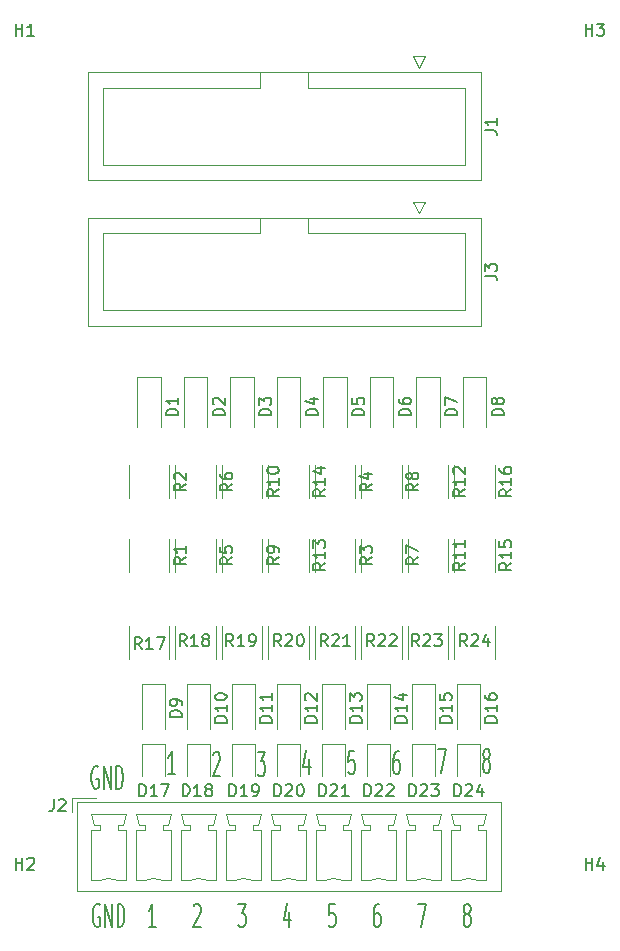
<source format=gbr>
%TF.GenerationSoftware,KiCad,Pcbnew,(5.1.6)-1*%
%TF.CreationDate,2021-03-16T16:30:30+01:00*%
%TF.ProjectId,24v-logic,3234762d-6c6f-4676-9963-2e6b69636164,rev?*%
%TF.SameCoordinates,Original*%
%TF.FileFunction,Legend,Top*%
%TF.FilePolarity,Positive*%
%FSLAX46Y46*%
G04 Gerber Fmt 4.6, Leading zero omitted, Abs format (unit mm)*
G04 Created by KiCad (PCBNEW (5.1.6)-1) date 2021-03-16 16:30:30*
%MOMM*%
%LPD*%
G01*
G04 APERTURE LIST*
%ADD10C,0.150000*%
%ADD11C,0.120000*%
G04 APERTURE END LIST*
D10*
X125507761Y-121554904D02*
X125412523Y-121459666D01*
X125364904Y-121364428D01*
X125317285Y-121173952D01*
X125317285Y-121078714D01*
X125364904Y-120888238D01*
X125412523Y-120793000D01*
X125507761Y-120697761D01*
X125698238Y-120697761D01*
X125793476Y-120793000D01*
X125841095Y-120888238D01*
X125888714Y-121078714D01*
X125888714Y-121173952D01*
X125841095Y-121364428D01*
X125793476Y-121459666D01*
X125698238Y-121554904D01*
X125507761Y-121554904D01*
X125412523Y-121650142D01*
X125364904Y-121745380D01*
X125317285Y-121935857D01*
X125317285Y-122316809D01*
X125364904Y-122507285D01*
X125412523Y-122602523D01*
X125507761Y-122697761D01*
X125698238Y-122697761D01*
X125793476Y-122602523D01*
X125841095Y-122507285D01*
X125888714Y-122316809D01*
X125888714Y-121935857D01*
X125841095Y-121745380D01*
X125793476Y-121650142D01*
X125698238Y-121554904D01*
X121459666Y-120697761D02*
X122126333Y-120697761D01*
X121697761Y-122697761D01*
X118173476Y-120824761D02*
X117983000Y-120824761D01*
X117887761Y-120920000D01*
X117840142Y-121015238D01*
X117744904Y-121300952D01*
X117697285Y-121681904D01*
X117697285Y-122443809D01*
X117744904Y-122634285D01*
X117792523Y-122729523D01*
X117887761Y-122824761D01*
X118078238Y-122824761D01*
X118173476Y-122729523D01*
X118221095Y-122634285D01*
X118268714Y-122443809D01*
X118268714Y-121967619D01*
X118221095Y-121777142D01*
X118173476Y-121681904D01*
X118078238Y-121586666D01*
X117887761Y-121586666D01*
X117792523Y-121681904D01*
X117744904Y-121777142D01*
X117697285Y-121967619D01*
X114411095Y-120824761D02*
X113934904Y-120824761D01*
X113887285Y-121777142D01*
X113934904Y-121681904D01*
X114030142Y-121586666D01*
X114268238Y-121586666D01*
X114363476Y-121681904D01*
X114411095Y-121777142D01*
X114458714Y-121967619D01*
X114458714Y-122443809D01*
X114411095Y-122634285D01*
X114363476Y-122729523D01*
X114268238Y-122824761D01*
X114030142Y-122824761D01*
X113934904Y-122729523D01*
X113887285Y-122634285D01*
X110553476Y-121491428D02*
X110553476Y-122824761D01*
X110315380Y-120729523D02*
X110077285Y-122158095D01*
X110696333Y-122158095D01*
X106219666Y-120951761D02*
X106838714Y-120951761D01*
X106505380Y-121713666D01*
X106648238Y-121713666D01*
X106743476Y-121808904D01*
X106791095Y-121904142D01*
X106838714Y-122094619D01*
X106838714Y-122570809D01*
X106791095Y-122761285D01*
X106743476Y-122856523D01*
X106648238Y-122951761D01*
X106362523Y-122951761D01*
X106267285Y-122856523D01*
X106219666Y-122761285D01*
X102457285Y-121142238D02*
X102504904Y-121047000D01*
X102600142Y-120951761D01*
X102838238Y-120951761D01*
X102933476Y-121047000D01*
X102981095Y-121142238D01*
X103028714Y-121332714D01*
X103028714Y-121523190D01*
X102981095Y-121808904D01*
X102409666Y-122951761D01*
X103028714Y-122951761D01*
X99218714Y-122824761D02*
X98647285Y-122824761D01*
X98933000Y-122824761D02*
X98933000Y-120824761D01*
X98837761Y-121110476D01*
X98742523Y-121300952D01*
X98647285Y-121396190D01*
X123856761Y-134635904D02*
X123761523Y-134540666D01*
X123713904Y-134445428D01*
X123666285Y-134254952D01*
X123666285Y-134159714D01*
X123713904Y-133969238D01*
X123761523Y-133874000D01*
X123856761Y-133778761D01*
X124047238Y-133778761D01*
X124142476Y-133874000D01*
X124190095Y-133969238D01*
X124237714Y-134159714D01*
X124237714Y-134254952D01*
X124190095Y-134445428D01*
X124142476Y-134540666D01*
X124047238Y-134635904D01*
X123856761Y-134635904D01*
X123761523Y-134731142D01*
X123713904Y-134826380D01*
X123666285Y-135016857D01*
X123666285Y-135397809D01*
X123713904Y-135588285D01*
X123761523Y-135683523D01*
X123856761Y-135778761D01*
X124047238Y-135778761D01*
X124142476Y-135683523D01*
X124190095Y-135588285D01*
X124237714Y-135397809D01*
X124237714Y-135016857D01*
X124190095Y-134826380D01*
X124142476Y-134731142D01*
X124047238Y-134635904D01*
X119808666Y-133778761D02*
X120475333Y-133778761D01*
X120046761Y-135778761D01*
X116522476Y-133778761D02*
X116332000Y-133778761D01*
X116236761Y-133874000D01*
X116189142Y-133969238D01*
X116093904Y-134254952D01*
X116046285Y-134635904D01*
X116046285Y-135397809D01*
X116093904Y-135588285D01*
X116141523Y-135683523D01*
X116236761Y-135778761D01*
X116427238Y-135778761D01*
X116522476Y-135683523D01*
X116570095Y-135588285D01*
X116617714Y-135397809D01*
X116617714Y-134921619D01*
X116570095Y-134731142D01*
X116522476Y-134635904D01*
X116427238Y-134540666D01*
X116236761Y-134540666D01*
X116141523Y-134635904D01*
X116093904Y-134731142D01*
X116046285Y-134921619D01*
X112760095Y-133778761D02*
X112283904Y-133778761D01*
X112236285Y-134731142D01*
X112283904Y-134635904D01*
X112379142Y-134540666D01*
X112617238Y-134540666D01*
X112712476Y-134635904D01*
X112760095Y-134731142D01*
X112807714Y-134921619D01*
X112807714Y-135397809D01*
X112760095Y-135588285D01*
X112712476Y-135683523D01*
X112617238Y-135778761D01*
X112379142Y-135778761D01*
X112283904Y-135683523D01*
X112236285Y-135588285D01*
X108902476Y-134445428D02*
X108902476Y-135778761D01*
X108664380Y-133683523D02*
X108426285Y-135112095D01*
X109045333Y-135112095D01*
X104568666Y-133778761D02*
X105187714Y-133778761D01*
X104854380Y-134540666D01*
X104997238Y-134540666D01*
X105092476Y-134635904D01*
X105140095Y-134731142D01*
X105187714Y-134921619D01*
X105187714Y-135397809D01*
X105140095Y-135588285D01*
X105092476Y-135683523D01*
X104997238Y-135778761D01*
X104711523Y-135778761D01*
X104616285Y-135683523D01*
X104568666Y-135588285D01*
X100806285Y-133969238D02*
X100853904Y-133874000D01*
X100949142Y-133778761D01*
X101187238Y-133778761D01*
X101282476Y-133874000D01*
X101330095Y-133969238D01*
X101377714Y-134159714D01*
X101377714Y-134350190D01*
X101330095Y-134635904D01*
X100758666Y-135778761D01*
X101377714Y-135778761D01*
X97567714Y-135778761D02*
X96996285Y-135778761D01*
X97282000Y-135778761D02*
X97282000Y-133778761D01*
X97186761Y-134064476D01*
X97091523Y-134254952D01*
X96996285Y-134350190D01*
X92710095Y-122190000D02*
X92614857Y-122094761D01*
X92472000Y-122094761D01*
X92329142Y-122190000D01*
X92233904Y-122380476D01*
X92186285Y-122570952D01*
X92138666Y-122951904D01*
X92138666Y-123237619D01*
X92186285Y-123618571D01*
X92233904Y-123809047D01*
X92329142Y-123999523D01*
X92472000Y-124094761D01*
X92567238Y-124094761D01*
X92710095Y-123999523D01*
X92757714Y-123904285D01*
X92757714Y-123237619D01*
X92567238Y-123237619D01*
X93186285Y-124094761D02*
X93186285Y-122094761D01*
X93757714Y-124094761D01*
X93757714Y-122094761D01*
X94233904Y-124094761D02*
X94233904Y-122094761D01*
X94472000Y-122094761D01*
X94614857Y-122190000D01*
X94710095Y-122380476D01*
X94757714Y-122570952D01*
X94805333Y-122951904D01*
X94805333Y-123237619D01*
X94757714Y-123618571D01*
X94710095Y-123809047D01*
X94614857Y-123999523D01*
X94472000Y-124094761D01*
X94233904Y-124094761D01*
X92837095Y-133874000D02*
X92741857Y-133778761D01*
X92599000Y-133778761D01*
X92456142Y-133874000D01*
X92360904Y-134064476D01*
X92313285Y-134254952D01*
X92265666Y-134635904D01*
X92265666Y-134921619D01*
X92313285Y-135302571D01*
X92360904Y-135493047D01*
X92456142Y-135683523D01*
X92599000Y-135778761D01*
X92694238Y-135778761D01*
X92837095Y-135683523D01*
X92884714Y-135588285D01*
X92884714Y-134921619D01*
X92694238Y-134921619D01*
X93313285Y-135778761D02*
X93313285Y-133778761D01*
X93884714Y-135778761D01*
X93884714Y-133778761D01*
X94360904Y-135778761D02*
X94360904Y-133778761D01*
X94599000Y-133778761D01*
X94741857Y-133874000D01*
X94837095Y-134064476D01*
X94884714Y-134254952D01*
X94932333Y-134635904D01*
X94932333Y-134921619D01*
X94884714Y-135302571D01*
X94837095Y-135493047D01*
X94741857Y-135683523D01*
X94599000Y-135778761D01*
X94360904Y-135778761D01*
D11*
%TO.C,R24*%
X126297000Y-110246748D02*
X126297000Y-113019252D01*
X122877000Y-110246748D02*
X122877000Y-113019252D01*
%TO.C,R23*%
X122360000Y-110246748D02*
X122360000Y-113019252D01*
X118940000Y-110246748D02*
X118940000Y-113019252D01*
%TO.C,R22*%
X118423000Y-110246748D02*
X118423000Y-113019252D01*
X115003000Y-110246748D02*
X115003000Y-113019252D01*
%TO.C,R21*%
X114486000Y-110246748D02*
X114486000Y-113019252D01*
X111066000Y-110246748D02*
X111066000Y-113019252D01*
%TO.C,R20*%
X110549000Y-110246748D02*
X110549000Y-113019252D01*
X107129000Y-110246748D02*
X107129000Y-113019252D01*
%TO.C,R19*%
X106612000Y-110246748D02*
X106612000Y-113019252D01*
X103192000Y-110246748D02*
X103192000Y-113019252D01*
%TO.C,R18*%
X102675000Y-110246748D02*
X102675000Y-113019252D01*
X99255000Y-110246748D02*
X99255000Y-113019252D01*
%TO.C,R17*%
X98738000Y-110246748D02*
X98738000Y-113019252D01*
X95318000Y-110246748D02*
X95318000Y-113019252D01*
%TO.C,R16*%
X126297000Y-96657748D02*
X126297000Y-99430252D01*
X122877000Y-96657748D02*
X122877000Y-99430252D01*
%TO.C,R15*%
X126297000Y-102880748D02*
X126297000Y-105653252D01*
X122877000Y-102880748D02*
X122877000Y-105653252D01*
%TO.C,R14*%
X110549000Y-96657748D02*
X110549000Y-99430252D01*
X107129000Y-96657748D02*
X107129000Y-99430252D01*
%TO.C,R13*%
X110549000Y-102880748D02*
X110549000Y-105653252D01*
X107129000Y-102880748D02*
X107129000Y-105653252D01*
%TO.C,R12*%
X122360000Y-96657748D02*
X122360000Y-99430252D01*
X118940000Y-96657748D02*
X118940000Y-99430252D01*
%TO.C,R11*%
X122360000Y-102880748D02*
X122360000Y-105653252D01*
X118940000Y-102880748D02*
X118940000Y-105653252D01*
%TO.C,R10*%
X106612000Y-96657748D02*
X106612000Y-99430252D01*
X103192000Y-96657748D02*
X103192000Y-99430252D01*
%TO.C,R9*%
X106612000Y-102880748D02*
X106612000Y-105653252D01*
X103192000Y-102880748D02*
X103192000Y-105653252D01*
%TO.C,R8*%
X118423000Y-96657748D02*
X118423000Y-99430252D01*
X115003000Y-96657748D02*
X115003000Y-99430252D01*
%TO.C,R7*%
X118423000Y-102880748D02*
X118423000Y-105653252D01*
X115003000Y-102880748D02*
X115003000Y-105653252D01*
%TO.C,R6*%
X102675000Y-96657748D02*
X102675000Y-99430252D01*
X99255000Y-96657748D02*
X99255000Y-99430252D01*
%TO.C,R5*%
X102675000Y-102880748D02*
X102675000Y-105653252D01*
X99255000Y-102880748D02*
X99255000Y-105653252D01*
%TO.C,R4*%
X114486000Y-96657748D02*
X114486000Y-99430252D01*
X111066000Y-96657748D02*
X111066000Y-99430252D01*
%TO.C,R3*%
X114486000Y-102880748D02*
X114486000Y-105653252D01*
X111066000Y-102880748D02*
X111066000Y-105653252D01*
%TO.C,R2*%
X98738000Y-96657748D02*
X98738000Y-99430252D01*
X95318000Y-96657748D02*
X95318000Y-99430252D01*
%TO.C,R1*%
X98738000Y-102880748D02*
X98738000Y-105653252D01*
X95318000Y-102880748D02*
X95318000Y-105653252D01*
%TO.C,J3*%
X125098000Y-75704000D02*
X125098000Y-84824000D01*
X125098000Y-84824000D02*
X91818000Y-84824000D01*
X91818000Y-84824000D02*
X91818000Y-75704000D01*
X91818000Y-75704000D02*
X125098000Y-75704000D01*
X110508000Y-75704000D02*
X110508000Y-77014000D01*
X110508000Y-77014000D02*
X123798000Y-77014000D01*
X123798000Y-77014000D02*
X123798000Y-83514000D01*
X123798000Y-83514000D02*
X93118000Y-83514000D01*
X93118000Y-83514000D02*
X93118000Y-77014000D01*
X93118000Y-77014000D02*
X106408000Y-77014000D01*
X106408000Y-77014000D02*
X106408000Y-77014000D01*
X106408000Y-77014000D02*
X106408000Y-75704000D01*
X119888000Y-75314000D02*
X120388000Y-74314000D01*
X120388000Y-74314000D02*
X119388000Y-74314000D01*
X119388000Y-74314000D02*
X119888000Y-75314000D01*
%TO.C,J2*%
X124828647Y-131789845D02*
G75*
G03*
X123329000Y-131790000I-749647J-1700155D01*
G01*
X121018647Y-131789845D02*
G75*
G03*
X119519000Y-131790000I-749647J-1700155D01*
G01*
X117208647Y-131789845D02*
G75*
G03*
X115709000Y-131790000I-749647J-1700155D01*
G01*
X113398647Y-131789845D02*
G75*
G03*
X111899000Y-131790000I-749647J-1700155D01*
G01*
X109588647Y-131789845D02*
G75*
G03*
X108089000Y-131790000I-749647J-1700155D01*
G01*
X105778647Y-131789845D02*
G75*
G03*
X104279000Y-131790000I-749647J-1700155D01*
G01*
X101968647Y-131789845D02*
G75*
G03*
X100469000Y-131790000I-749647J-1700155D01*
G01*
X98158647Y-131789845D02*
G75*
G03*
X96659000Y-131790000I-749647J-1700155D01*
G01*
X94348647Y-131789845D02*
G75*
G03*
X92849000Y-131790000I-749647J-1700155D01*
G01*
X90889000Y-125180000D02*
X90889000Y-132650000D01*
X90889000Y-132650000D02*
X126789000Y-132650000D01*
X126789000Y-132650000D02*
X126789000Y-125180000D01*
X126789000Y-125180000D02*
X90889000Y-125180000D01*
X92849000Y-131790000D02*
X92099000Y-131790000D01*
X92099000Y-131790000D02*
X92099000Y-127490000D01*
X92099000Y-127490000D02*
X92849000Y-127490000D01*
X92849000Y-127490000D02*
X92849000Y-127140000D01*
X92849000Y-127140000D02*
X92349000Y-127140000D01*
X92349000Y-127140000D02*
X92099000Y-126140000D01*
X92099000Y-126140000D02*
X95099000Y-126140000D01*
X95099000Y-126140000D02*
X94849000Y-127140000D01*
X94849000Y-127140000D02*
X94349000Y-127140000D01*
X94349000Y-127140000D02*
X94349000Y-127490000D01*
X94349000Y-127490000D02*
X95099000Y-127490000D01*
X95099000Y-127490000D02*
X95099000Y-131790000D01*
X95099000Y-131790000D02*
X94349000Y-131790000D01*
X96659000Y-131790000D02*
X95909000Y-131790000D01*
X95909000Y-131790000D02*
X95909000Y-127490000D01*
X95909000Y-127490000D02*
X96659000Y-127490000D01*
X96659000Y-127490000D02*
X96659000Y-127140000D01*
X96659000Y-127140000D02*
X96159000Y-127140000D01*
X96159000Y-127140000D02*
X95909000Y-126140000D01*
X95909000Y-126140000D02*
X98909000Y-126140000D01*
X98909000Y-126140000D02*
X98659000Y-127140000D01*
X98659000Y-127140000D02*
X98159000Y-127140000D01*
X98159000Y-127140000D02*
X98159000Y-127490000D01*
X98159000Y-127490000D02*
X98909000Y-127490000D01*
X98909000Y-127490000D02*
X98909000Y-131790000D01*
X98909000Y-131790000D02*
X98159000Y-131790000D01*
X100469000Y-131790000D02*
X99719000Y-131790000D01*
X99719000Y-131790000D02*
X99719000Y-127490000D01*
X99719000Y-127490000D02*
X100469000Y-127490000D01*
X100469000Y-127490000D02*
X100469000Y-127140000D01*
X100469000Y-127140000D02*
X99969000Y-127140000D01*
X99969000Y-127140000D02*
X99719000Y-126140000D01*
X99719000Y-126140000D02*
X102719000Y-126140000D01*
X102719000Y-126140000D02*
X102469000Y-127140000D01*
X102469000Y-127140000D02*
X101969000Y-127140000D01*
X101969000Y-127140000D02*
X101969000Y-127490000D01*
X101969000Y-127490000D02*
X102719000Y-127490000D01*
X102719000Y-127490000D02*
X102719000Y-131790000D01*
X102719000Y-131790000D02*
X101969000Y-131790000D01*
X104279000Y-131790000D02*
X103529000Y-131790000D01*
X103529000Y-131790000D02*
X103529000Y-127490000D01*
X103529000Y-127490000D02*
X104279000Y-127490000D01*
X104279000Y-127490000D02*
X104279000Y-127140000D01*
X104279000Y-127140000D02*
X103779000Y-127140000D01*
X103779000Y-127140000D02*
X103529000Y-126140000D01*
X103529000Y-126140000D02*
X106529000Y-126140000D01*
X106529000Y-126140000D02*
X106279000Y-127140000D01*
X106279000Y-127140000D02*
X105779000Y-127140000D01*
X105779000Y-127140000D02*
X105779000Y-127490000D01*
X105779000Y-127490000D02*
X106529000Y-127490000D01*
X106529000Y-127490000D02*
X106529000Y-131790000D01*
X106529000Y-131790000D02*
X105779000Y-131790000D01*
X108089000Y-131790000D02*
X107339000Y-131790000D01*
X107339000Y-131790000D02*
X107339000Y-127490000D01*
X107339000Y-127490000D02*
X108089000Y-127490000D01*
X108089000Y-127490000D02*
X108089000Y-127140000D01*
X108089000Y-127140000D02*
X107589000Y-127140000D01*
X107589000Y-127140000D02*
X107339000Y-126140000D01*
X107339000Y-126140000D02*
X110339000Y-126140000D01*
X110339000Y-126140000D02*
X110089000Y-127140000D01*
X110089000Y-127140000D02*
X109589000Y-127140000D01*
X109589000Y-127140000D02*
X109589000Y-127490000D01*
X109589000Y-127490000D02*
X110339000Y-127490000D01*
X110339000Y-127490000D02*
X110339000Y-131790000D01*
X110339000Y-131790000D02*
X109589000Y-131790000D01*
X111899000Y-131790000D02*
X111149000Y-131790000D01*
X111149000Y-131790000D02*
X111149000Y-127490000D01*
X111149000Y-127490000D02*
X111899000Y-127490000D01*
X111899000Y-127490000D02*
X111899000Y-127140000D01*
X111899000Y-127140000D02*
X111399000Y-127140000D01*
X111399000Y-127140000D02*
X111149000Y-126140000D01*
X111149000Y-126140000D02*
X114149000Y-126140000D01*
X114149000Y-126140000D02*
X113899000Y-127140000D01*
X113899000Y-127140000D02*
X113399000Y-127140000D01*
X113399000Y-127140000D02*
X113399000Y-127490000D01*
X113399000Y-127490000D02*
X114149000Y-127490000D01*
X114149000Y-127490000D02*
X114149000Y-131790000D01*
X114149000Y-131790000D02*
X113399000Y-131790000D01*
X115709000Y-131790000D02*
X114959000Y-131790000D01*
X114959000Y-131790000D02*
X114959000Y-127490000D01*
X114959000Y-127490000D02*
X115709000Y-127490000D01*
X115709000Y-127490000D02*
X115709000Y-127140000D01*
X115709000Y-127140000D02*
X115209000Y-127140000D01*
X115209000Y-127140000D02*
X114959000Y-126140000D01*
X114959000Y-126140000D02*
X117959000Y-126140000D01*
X117959000Y-126140000D02*
X117709000Y-127140000D01*
X117709000Y-127140000D02*
X117209000Y-127140000D01*
X117209000Y-127140000D02*
X117209000Y-127490000D01*
X117209000Y-127490000D02*
X117959000Y-127490000D01*
X117959000Y-127490000D02*
X117959000Y-131790000D01*
X117959000Y-131790000D02*
X117209000Y-131790000D01*
X119519000Y-131790000D02*
X118769000Y-131790000D01*
X118769000Y-131790000D02*
X118769000Y-127490000D01*
X118769000Y-127490000D02*
X119519000Y-127490000D01*
X119519000Y-127490000D02*
X119519000Y-127140000D01*
X119519000Y-127140000D02*
X119019000Y-127140000D01*
X119019000Y-127140000D02*
X118769000Y-126140000D01*
X118769000Y-126140000D02*
X121769000Y-126140000D01*
X121769000Y-126140000D02*
X121519000Y-127140000D01*
X121519000Y-127140000D02*
X121019000Y-127140000D01*
X121019000Y-127140000D02*
X121019000Y-127490000D01*
X121019000Y-127490000D02*
X121769000Y-127490000D01*
X121769000Y-127490000D02*
X121769000Y-131790000D01*
X121769000Y-131790000D02*
X121019000Y-131790000D01*
X123329000Y-131790000D02*
X122579000Y-131790000D01*
X122579000Y-131790000D02*
X122579000Y-127490000D01*
X122579000Y-127490000D02*
X123329000Y-127490000D01*
X123329000Y-127490000D02*
X123329000Y-127140000D01*
X123329000Y-127140000D02*
X122829000Y-127140000D01*
X122829000Y-127140000D02*
X122579000Y-126140000D01*
X122579000Y-126140000D02*
X125579000Y-126140000D01*
X125579000Y-126140000D02*
X125329000Y-127140000D01*
X125329000Y-127140000D02*
X124829000Y-127140000D01*
X124829000Y-127140000D02*
X124829000Y-127490000D01*
X124829000Y-127490000D02*
X125579000Y-127490000D01*
X125579000Y-127490000D02*
X125579000Y-131790000D01*
X125579000Y-131790000D02*
X124829000Y-131790000D01*
X90499000Y-126040000D02*
X90499000Y-124790000D01*
X90499000Y-124790000D02*
X92499000Y-124790000D01*
%TO.C,D24*%
X125039000Y-122920000D02*
X125039000Y-120235000D01*
X125039000Y-120235000D02*
X123119000Y-120235000D01*
X123119000Y-120235000D02*
X123119000Y-122920000D01*
%TO.C,D23*%
X121229000Y-122920000D02*
X121229000Y-120235000D01*
X121229000Y-120235000D02*
X119309000Y-120235000D01*
X119309000Y-120235000D02*
X119309000Y-122920000D01*
%TO.C,D22*%
X117419000Y-122920000D02*
X117419000Y-120235000D01*
X117419000Y-120235000D02*
X115499000Y-120235000D01*
X115499000Y-120235000D02*
X115499000Y-122920000D01*
%TO.C,D21*%
X113609000Y-122920000D02*
X113609000Y-120235000D01*
X113609000Y-120235000D02*
X111689000Y-120235000D01*
X111689000Y-120235000D02*
X111689000Y-122920000D01*
%TO.C,D20*%
X109799000Y-122920000D02*
X109799000Y-120235000D01*
X109799000Y-120235000D02*
X107879000Y-120235000D01*
X107879000Y-120235000D02*
X107879000Y-122920000D01*
%TO.C,D19*%
X105989000Y-122920000D02*
X105989000Y-120235000D01*
X105989000Y-120235000D02*
X104069000Y-120235000D01*
X104069000Y-120235000D02*
X104069000Y-122920000D01*
%TO.C,D18*%
X102179000Y-122920000D02*
X102179000Y-120235000D01*
X102179000Y-120235000D02*
X100259000Y-120235000D01*
X100259000Y-120235000D02*
X100259000Y-122920000D01*
%TO.C,D17*%
X98369000Y-122920000D02*
X98369000Y-120235000D01*
X98369000Y-120235000D02*
X96449000Y-120235000D01*
X96449000Y-120235000D02*
X96449000Y-122920000D01*
%TO.C,D16*%
X125079000Y-115148000D02*
X123079000Y-115148000D01*
X123079000Y-115148000D02*
X123079000Y-118998000D01*
X125079000Y-115148000D02*
X125079000Y-118998000D01*
%TO.C,D15*%
X121269000Y-115148000D02*
X119269000Y-115148000D01*
X119269000Y-115148000D02*
X119269000Y-118998000D01*
X121269000Y-115148000D02*
X121269000Y-118998000D01*
%TO.C,D14*%
X117459000Y-115148000D02*
X115459000Y-115148000D01*
X115459000Y-115148000D02*
X115459000Y-118998000D01*
X117459000Y-115148000D02*
X117459000Y-118998000D01*
%TO.C,D13*%
X113649000Y-115148000D02*
X111649000Y-115148000D01*
X111649000Y-115148000D02*
X111649000Y-118998000D01*
X113649000Y-115148000D02*
X113649000Y-118998000D01*
%TO.C,D12*%
X109839000Y-115148000D02*
X107839000Y-115148000D01*
X107839000Y-115148000D02*
X107839000Y-118998000D01*
X109839000Y-115148000D02*
X109839000Y-118998000D01*
%TO.C,D11*%
X106029000Y-115148000D02*
X104029000Y-115148000D01*
X104029000Y-115148000D02*
X104029000Y-118998000D01*
X106029000Y-115148000D02*
X106029000Y-118998000D01*
%TO.C,D10*%
X102219000Y-115148000D02*
X100219000Y-115148000D01*
X100219000Y-115148000D02*
X100219000Y-118998000D01*
X102219000Y-115148000D02*
X102219000Y-118998000D01*
%TO.C,D9*%
X98409000Y-115148000D02*
X96409000Y-115148000D01*
X96409000Y-115148000D02*
X96409000Y-118998000D01*
X98409000Y-115148000D02*
X98409000Y-118998000D01*
%TO.C,D8*%
X125587000Y-93444000D02*
X125587000Y-89144000D01*
X125587000Y-89144000D02*
X123587000Y-89144000D01*
X123587000Y-89144000D02*
X123587000Y-93444000D01*
%TO.C,D7*%
X121650000Y-93444000D02*
X121650000Y-89144000D01*
X121650000Y-89144000D02*
X119650000Y-89144000D01*
X119650000Y-89144000D02*
X119650000Y-93444000D01*
%TO.C,D6*%
X117713000Y-93444000D02*
X117713000Y-89144000D01*
X117713000Y-89144000D02*
X115713000Y-89144000D01*
X115713000Y-89144000D02*
X115713000Y-93444000D01*
%TO.C,D5*%
X113776000Y-93444000D02*
X113776000Y-89144000D01*
X113776000Y-89144000D02*
X111776000Y-89144000D01*
X111776000Y-89144000D02*
X111776000Y-93444000D01*
%TO.C,D4*%
X109839000Y-93444000D02*
X109839000Y-89144000D01*
X109839000Y-89144000D02*
X107839000Y-89144000D01*
X107839000Y-89144000D02*
X107839000Y-93444000D01*
%TO.C,D3*%
X105902000Y-93444000D02*
X105902000Y-89144000D01*
X105902000Y-89144000D02*
X103902000Y-89144000D01*
X103902000Y-89144000D02*
X103902000Y-93444000D01*
%TO.C,D2*%
X101965000Y-93444000D02*
X101965000Y-89144000D01*
X101965000Y-89144000D02*
X99965000Y-89144000D01*
X99965000Y-89144000D02*
X99965000Y-93444000D01*
%TO.C,D1*%
X98028000Y-93444000D02*
X98028000Y-89144000D01*
X98028000Y-89144000D02*
X96028000Y-89144000D01*
X96028000Y-89144000D02*
X96028000Y-93444000D01*
%TO.C,J1*%
X125098000Y-63385000D02*
X125098000Y-72505000D01*
X125098000Y-72505000D02*
X91818000Y-72505000D01*
X91818000Y-72505000D02*
X91818000Y-63385000D01*
X91818000Y-63385000D02*
X125098000Y-63385000D01*
X110508000Y-63385000D02*
X110508000Y-64695000D01*
X110508000Y-64695000D02*
X123798000Y-64695000D01*
X123798000Y-64695000D02*
X123798000Y-71195000D01*
X123798000Y-71195000D02*
X93118000Y-71195000D01*
X93118000Y-71195000D02*
X93118000Y-64695000D01*
X93118000Y-64695000D02*
X106408000Y-64695000D01*
X106408000Y-64695000D02*
X106408000Y-64695000D01*
X106408000Y-64695000D02*
X106408000Y-63385000D01*
X119888000Y-62995000D02*
X120388000Y-61995000D01*
X120388000Y-61995000D02*
X119388000Y-61995000D01*
X119388000Y-61995000D02*
X119888000Y-62995000D01*
%TO.C,H4*%
D10*
X133985095Y-130872380D02*
X133985095Y-129872380D01*
X133985095Y-130348571D02*
X134556523Y-130348571D01*
X134556523Y-130872380D02*
X134556523Y-129872380D01*
X135461285Y-130205714D02*
X135461285Y-130872380D01*
X135223190Y-129824761D02*
X134985095Y-130539047D01*
X135604142Y-130539047D01*
%TO.C,H3*%
X133985095Y-60260380D02*
X133985095Y-59260380D01*
X133985095Y-59736571D02*
X134556523Y-59736571D01*
X134556523Y-60260380D02*
X134556523Y-59260380D01*
X134937476Y-59260380D02*
X135556523Y-59260380D01*
X135223190Y-59641333D01*
X135366047Y-59641333D01*
X135461285Y-59688952D01*
X135508904Y-59736571D01*
X135556523Y-59831809D01*
X135556523Y-60069904D01*
X135508904Y-60165142D01*
X135461285Y-60212761D01*
X135366047Y-60260380D01*
X135080333Y-60260380D01*
X134985095Y-60212761D01*
X134937476Y-60165142D01*
%TO.C,H2*%
X85725095Y-130872380D02*
X85725095Y-129872380D01*
X85725095Y-130348571D02*
X86296523Y-130348571D01*
X86296523Y-130872380D02*
X86296523Y-129872380D01*
X86725095Y-129967619D02*
X86772714Y-129920000D01*
X86867952Y-129872380D01*
X87106047Y-129872380D01*
X87201285Y-129920000D01*
X87248904Y-129967619D01*
X87296523Y-130062857D01*
X87296523Y-130158095D01*
X87248904Y-130300952D01*
X86677476Y-130872380D01*
X87296523Y-130872380D01*
%TO.C,H1*%
X85725095Y-60260380D02*
X85725095Y-59260380D01*
X85725095Y-59736571D02*
X86296523Y-59736571D01*
X86296523Y-60260380D02*
X86296523Y-59260380D01*
X87296523Y-60260380D02*
X86725095Y-60260380D01*
X87010809Y-60260380D02*
X87010809Y-59260380D01*
X86915571Y-59403238D01*
X86820333Y-59498476D01*
X86725095Y-59546095D01*
%TO.C,R24*%
X123944142Y-111958380D02*
X123610809Y-111482190D01*
X123372714Y-111958380D02*
X123372714Y-110958380D01*
X123753666Y-110958380D01*
X123848904Y-111006000D01*
X123896523Y-111053619D01*
X123944142Y-111148857D01*
X123944142Y-111291714D01*
X123896523Y-111386952D01*
X123848904Y-111434571D01*
X123753666Y-111482190D01*
X123372714Y-111482190D01*
X124325095Y-111053619D02*
X124372714Y-111006000D01*
X124467952Y-110958380D01*
X124706047Y-110958380D01*
X124801285Y-111006000D01*
X124848904Y-111053619D01*
X124896523Y-111148857D01*
X124896523Y-111244095D01*
X124848904Y-111386952D01*
X124277476Y-111958380D01*
X124896523Y-111958380D01*
X125753666Y-111291714D02*
X125753666Y-111958380D01*
X125515571Y-110910761D02*
X125277476Y-111625047D01*
X125896523Y-111625047D01*
%TO.C,R23*%
X119880142Y-111958380D02*
X119546809Y-111482190D01*
X119308714Y-111958380D02*
X119308714Y-110958380D01*
X119689666Y-110958380D01*
X119784904Y-111006000D01*
X119832523Y-111053619D01*
X119880142Y-111148857D01*
X119880142Y-111291714D01*
X119832523Y-111386952D01*
X119784904Y-111434571D01*
X119689666Y-111482190D01*
X119308714Y-111482190D01*
X120261095Y-111053619D02*
X120308714Y-111006000D01*
X120403952Y-110958380D01*
X120642047Y-110958380D01*
X120737285Y-111006000D01*
X120784904Y-111053619D01*
X120832523Y-111148857D01*
X120832523Y-111244095D01*
X120784904Y-111386952D01*
X120213476Y-111958380D01*
X120832523Y-111958380D01*
X121165857Y-110958380D02*
X121784904Y-110958380D01*
X121451571Y-111339333D01*
X121594428Y-111339333D01*
X121689666Y-111386952D01*
X121737285Y-111434571D01*
X121784904Y-111529809D01*
X121784904Y-111767904D01*
X121737285Y-111863142D01*
X121689666Y-111910761D01*
X121594428Y-111958380D01*
X121308714Y-111958380D01*
X121213476Y-111910761D01*
X121165857Y-111863142D01*
%TO.C,R22*%
X116070142Y-111958380D02*
X115736809Y-111482190D01*
X115498714Y-111958380D02*
X115498714Y-110958380D01*
X115879666Y-110958380D01*
X115974904Y-111006000D01*
X116022523Y-111053619D01*
X116070142Y-111148857D01*
X116070142Y-111291714D01*
X116022523Y-111386952D01*
X115974904Y-111434571D01*
X115879666Y-111482190D01*
X115498714Y-111482190D01*
X116451095Y-111053619D02*
X116498714Y-111006000D01*
X116593952Y-110958380D01*
X116832047Y-110958380D01*
X116927285Y-111006000D01*
X116974904Y-111053619D01*
X117022523Y-111148857D01*
X117022523Y-111244095D01*
X116974904Y-111386952D01*
X116403476Y-111958380D01*
X117022523Y-111958380D01*
X117403476Y-111053619D02*
X117451095Y-111006000D01*
X117546333Y-110958380D01*
X117784428Y-110958380D01*
X117879666Y-111006000D01*
X117927285Y-111053619D01*
X117974904Y-111148857D01*
X117974904Y-111244095D01*
X117927285Y-111386952D01*
X117355857Y-111958380D01*
X117974904Y-111958380D01*
%TO.C,R21*%
X112133142Y-111958380D02*
X111799809Y-111482190D01*
X111561714Y-111958380D02*
X111561714Y-110958380D01*
X111942666Y-110958380D01*
X112037904Y-111006000D01*
X112085523Y-111053619D01*
X112133142Y-111148857D01*
X112133142Y-111291714D01*
X112085523Y-111386952D01*
X112037904Y-111434571D01*
X111942666Y-111482190D01*
X111561714Y-111482190D01*
X112514095Y-111053619D02*
X112561714Y-111006000D01*
X112656952Y-110958380D01*
X112895047Y-110958380D01*
X112990285Y-111006000D01*
X113037904Y-111053619D01*
X113085523Y-111148857D01*
X113085523Y-111244095D01*
X113037904Y-111386952D01*
X112466476Y-111958380D01*
X113085523Y-111958380D01*
X114037904Y-111958380D02*
X113466476Y-111958380D01*
X113752190Y-111958380D02*
X113752190Y-110958380D01*
X113656952Y-111101238D01*
X113561714Y-111196476D01*
X113466476Y-111244095D01*
%TO.C,R20*%
X108196142Y-111958380D02*
X107862809Y-111482190D01*
X107624714Y-111958380D02*
X107624714Y-110958380D01*
X108005666Y-110958380D01*
X108100904Y-111006000D01*
X108148523Y-111053619D01*
X108196142Y-111148857D01*
X108196142Y-111291714D01*
X108148523Y-111386952D01*
X108100904Y-111434571D01*
X108005666Y-111482190D01*
X107624714Y-111482190D01*
X108577095Y-111053619D02*
X108624714Y-111006000D01*
X108719952Y-110958380D01*
X108958047Y-110958380D01*
X109053285Y-111006000D01*
X109100904Y-111053619D01*
X109148523Y-111148857D01*
X109148523Y-111244095D01*
X109100904Y-111386952D01*
X108529476Y-111958380D01*
X109148523Y-111958380D01*
X109767571Y-110958380D02*
X109862809Y-110958380D01*
X109958047Y-111006000D01*
X110005666Y-111053619D01*
X110053285Y-111148857D01*
X110100904Y-111339333D01*
X110100904Y-111577428D01*
X110053285Y-111767904D01*
X110005666Y-111863142D01*
X109958047Y-111910761D01*
X109862809Y-111958380D01*
X109767571Y-111958380D01*
X109672333Y-111910761D01*
X109624714Y-111863142D01*
X109577095Y-111767904D01*
X109529476Y-111577428D01*
X109529476Y-111339333D01*
X109577095Y-111148857D01*
X109624714Y-111053619D01*
X109672333Y-111006000D01*
X109767571Y-110958380D01*
%TO.C,R19*%
X104132142Y-111958380D02*
X103798809Y-111482190D01*
X103560714Y-111958380D02*
X103560714Y-110958380D01*
X103941666Y-110958380D01*
X104036904Y-111006000D01*
X104084523Y-111053619D01*
X104132142Y-111148857D01*
X104132142Y-111291714D01*
X104084523Y-111386952D01*
X104036904Y-111434571D01*
X103941666Y-111482190D01*
X103560714Y-111482190D01*
X105084523Y-111958380D02*
X104513095Y-111958380D01*
X104798809Y-111958380D02*
X104798809Y-110958380D01*
X104703571Y-111101238D01*
X104608333Y-111196476D01*
X104513095Y-111244095D01*
X105560714Y-111958380D02*
X105751190Y-111958380D01*
X105846428Y-111910761D01*
X105894047Y-111863142D01*
X105989285Y-111720285D01*
X106036904Y-111529809D01*
X106036904Y-111148857D01*
X105989285Y-111053619D01*
X105941666Y-111006000D01*
X105846428Y-110958380D01*
X105655952Y-110958380D01*
X105560714Y-111006000D01*
X105513095Y-111053619D01*
X105465476Y-111148857D01*
X105465476Y-111386952D01*
X105513095Y-111482190D01*
X105560714Y-111529809D01*
X105655952Y-111577428D01*
X105846428Y-111577428D01*
X105941666Y-111529809D01*
X105989285Y-111482190D01*
X106036904Y-111386952D01*
%TO.C,R18*%
X100195142Y-111958380D02*
X99861809Y-111482190D01*
X99623714Y-111958380D02*
X99623714Y-110958380D01*
X100004666Y-110958380D01*
X100099904Y-111006000D01*
X100147523Y-111053619D01*
X100195142Y-111148857D01*
X100195142Y-111291714D01*
X100147523Y-111386952D01*
X100099904Y-111434571D01*
X100004666Y-111482190D01*
X99623714Y-111482190D01*
X101147523Y-111958380D02*
X100576095Y-111958380D01*
X100861809Y-111958380D02*
X100861809Y-110958380D01*
X100766571Y-111101238D01*
X100671333Y-111196476D01*
X100576095Y-111244095D01*
X101718952Y-111386952D02*
X101623714Y-111339333D01*
X101576095Y-111291714D01*
X101528476Y-111196476D01*
X101528476Y-111148857D01*
X101576095Y-111053619D01*
X101623714Y-111006000D01*
X101718952Y-110958380D01*
X101909428Y-110958380D01*
X102004666Y-111006000D01*
X102052285Y-111053619D01*
X102099904Y-111148857D01*
X102099904Y-111196476D01*
X102052285Y-111291714D01*
X102004666Y-111339333D01*
X101909428Y-111386952D01*
X101718952Y-111386952D01*
X101623714Y-111434571D01*
X101576095Y-111482190D01*
X101528476Y-111577428D01*
X101528476Y-111767904D01*
X101576095Y-111863142D01*
X101623714Y-111910761D01*
X101718952Y-111958380D01*
X101909428Y-111958380D01*
X102004666Y-111910761D01*
X102052285Y-111863142D01*
X102099904Y-111767904D01*
X102099904Y-111577428D01*
X102052285Y-111482190D01*
X102004666Y-111434571D01*
X101909428Y-111386952D01*
%TO.C,R17*%
X96385142Y-112212380D02*
X96051809Y-111736190D01*
X95813714Y-112212380D02*
X95813714Y-111212380D01*
X96194666Y-111212380D01*
X96289904Y-111260000D01*
X96337523Y-111307619D01*
X96385142Y-111402857D01*
X96385142Y-111545714D01*
X96337523Y-111640952D01*
X96289904Y-111688571D01*
X96194666Y-111736190D01*
X95813714Y-111736190D01*
X97337523Y-112212380D02*
X96766095Y-112212380D01*
X97051809Y-112212380D02*
X97051809Y-111212380D01*
X96956571Y-111355238D01*
X96861333Y-111450476D01*
X96766095Y-111498095D01*
X97670857Y-111212380D02*
X98337523Y-111212380D01*
X97908952Y-112212380D01*
%TO.C,R16*%
X127689380Y-98686857D02*
X127213190Y-99020190D01*
X127689380Y-99258285D02*
X126689380Y-99258285D01*
X126689380Y-98877333D01*
X126737000Y-98782095D01*
X126784619Y-98734476D01*
X126879857Y-98686857D01*
X127022714Y-98686857D01*
X127117952Y-98734476D01*
X127165571Y-98782095D01*
X127213190Y-98877333D01*
X127213190Y-99258285D01*
X127689380Y-97734476D02*
X127689380Y-98305904D01*
X127689380Y-98020190D02*
X126689380Y-98020190D01*
X126832238Y-98115428D01*
X126927476Y-98210666D01*
X126975095Y-98305904D01*
X126689380Y-96877333D02*
X126689380Y-97067809D01*
X126737000Y-97163047D01*
X126784619Y-97210666D01*
X126927476Y-97305904D01*
X127117952Y-97353523D01*
X127498904Y-97353523D01*
X127594142Y-97305904D01*
X127641761Y-97258285D01*
X127689380Y-97163047D01*
X127689380Y-96972571D01*
X127641761Y-96877333D01*
X127594142Y-96829714D01*
X127498904Y-96782095D01*
X127260809Y-96782095D01*
X127165571Y-96829714D01*
X127117952Y-96877333D01*
X127070333Y-96972571D01*
X127070333Y-97163047D01*
X127117952Y-97258285D01*
X127165571Y-97305904D01*
X127260809Y-97353523D01*
%TO.C,R15*%
X127689380Y-104909857D02*
X127213190Y-105243190D01*
X127689380Y-105481285D02*
X126689380Y-105481285D01*
X126689380Y-105100333D01*
X126737000Y-105005095D01*
X126784619Y-104957476D01*
X126879857Y-104909857D01*
X127022714Y-104909857D01*
X127117952Y-104957476D01*
X127165571Y-105005095D01*
X127213190Y-105100333D01*
X127213190Y-105481285D01*
X127689380Y-103957476D02*
X127689380Y-104528904D01*
X127689380Y-104243190D02*
X126689380Y-104243190D01*
X126832238Y-104338428D01*
X126927476Y-104433666D01*
X126975095Y-104528904D01*
X126689380Y-103052714D02*
X126689380Y-103528904D01*
X127165571Y-103576523D01*
X127117952Y-103528904D01*
X127070333Y-103433666D01*
X127070333Y-103195571D01*
X127117952Y-103100333D01*
X127165571Y-103052714D01*
X127260809Y-103005095D01*
X127498904Y-103005095D01*
X127594142Y-103052714D01*
X127641761Y-103100333D01*
X127689380Y-103195571D01*
X127689380Y-103433666D01*
X127641761Y-103528904D01*
X127594142Y-103576523D01*
%TO.C,R14*%
X111941380Y-98686857D02*
X111465190Y-99020190D01*
X111941380Y-99258285D02*
X110941380Y-99258285D01*
X110941380Y-98877333D01*
X110989000Y-98782095D01*
X111036619Y-98734476D01*
X111131857Y-98686857D01*
X111274714Y-98686857D01*
X111369952Y-98734476D01*
X111417571Y-98782095D01*
X111465190Y-98877333D01*
X111465190Y-99258285D01*
X111941380Y-97734476D02*
X111941380Y-98305904D01*
X111941380Y-98020190D02*
X110941380Y-98020190D01*
X111084238Y-98115428D01*
X111179476Y-98210666D01*
X111227095Y-98305904D01*
X111274714Y-96877333D02*
X111941380Y-96877333D01*
X110893761Y-97115428D02*
X111608047Y-97353523D01*
X111608047Y-96734476D01*
%TO.C,R13*%
X111941380Y-104909857D02*
X111465190Y-105243190D01*
X111941380Y-105481285D02*
X110941380Y-105481285D01*
X110941380Y-105100333D01*
X110989000Y-105005095D01*
X111036619Y-104957476D01*
X111131857Y-104909857D01*
X111274714Y-104909857D01*
X111369952Y-104957476D01*
X111417571Y-105005095D01*
X111465190Y-105100333D01*
X111465190Y-105481285D01*
X111941380Y-103957476D02*
X111941380Y-104528904D01*
X111941380Y-104243190D02*
X110941380Y-104243190D01*
X111084238Y-104338428D01*
X111179476Y-104433666D01*
X111227095Y-104528904D01*
X110941380Y-103624142D02*
X110941380Y-103005095D01*
X111322333Y-103338428D01*
X111322333Y-103195571D01*
X111369952Y-103100333D01*
X111417571Y-103052714D01*
X111512809Y-103005095D01*
X111750904Y-103005095D01*
X111846142Y-103052714D01*
X111893761Y-103100333D01*
X111941380Y-103195571D01*
X111941380Y-103481285D01*
X111893761Y-103576523D01*
X111846142Y-103624142D01*
%TO.C,R12*%
X123752380Y-98686857D02*
X123276190Y-99020190D01*
X123752380Y-99258285D02*
X122752380Y-99258285D01*
X122752380Y-98877333D01*
X122800000Y-98782095D01*
X122847619Y-98734476D01*
X122942857Y-98686857D01*
X123085714Y-98686857D01*
X123180952Y-98734476D01*
X123228571Y-98782095D01*
X123276190Y-98877333D01*
X123276190Y-99258285D01*
X123752380Y-97734476D02*
X123752380Y-98305904D01*
X123752380Y-98020190D02*
X122752380Y-98020190D01*
X122895238Y-98115428D01*
X122990476Y-98210666D01*
X123038095Y-98305904D01*
X122847619Y-97353523D02*
X122800000Y-97305904D01*
X122752380Y-97210666D01*
X122752380Y-96972571D01*
X122800000Y-96877333D01*
X122847619Y-96829714D01*
X122942857Y-96782095D01*
X123038095Y-96782095D01*
X123180952Y-96829714D01*
X123752380Y-97401142D01*
X123752380Y-96782095D01*
%TO.C,R11*%
X123752380Y-104909857D02*
X123276190Y-105243190D01*
X123752380Y-105481285D02*
X122752380Y-105481285D01*
X122752380Y-105100333D01*
X122800000Y-105005095D01*
X122847619Y-104957476D01*
X122942857Y-104909857D01*
X123085714Y-104909857D01*
X123180952Y-104957476D01*
X123228571Y-105005095D01*
X123276190Y-105100333D01*
X123276190Y-105481285D01*
X123752380Y-103957476D02*
X123752380Y-104528904D01*
X123752380Y-104243190D02*
X122752380Y-104243190D01*
X122895238Y-104338428D01*
X122990476Y-104433666D01*
X123038095Y-104528904D01*
X123752380Y-103005095D02*
X123752380Y-103576523D01*
X123752380Y-103290809D02*
X122752380Y-103290809D01*
X122895238Y-103386047D01*
X122990476Y-103481285D01*
X123038095Y-103576523D01*
%TO.C,R10*%
X108004380Y-98686857D02*
X107528190Y-99020190D01*
X108004380Y-99258285D02*
X107004380Y-99258285D01*
X107004380Y-98877333D01*
X107052000Y-98782095D01*
X107099619Y-98734476D01*
X107194857Y-98686857D01*
X107337714Y-98686857D01*
X107432952Y-98734476D01*
X107480571Y-98782095D01*
X107528190Y-98877333D01*
X107528190Y-99258285D01*
X108004380Y-97734476D02*
X108004380Y-98305904D01*
X108004380Y-98020190D02*
X107004380Y-98020190D01*
X107147238Y-98115428D01*
X107242476Y-98210666D01*
X107290095Y-98305904D01*
X107004380Y-97115428D02*
X107004380Y-97020190D01*
X107052000Y-96924952D01*
X107099619Y-96877333D01*
X107194857Y-96829714D01*
X107385333Y-96782095D01*
X107623428Y-96782095D01*
X107813904Y-96829714D01*
X107909142Y-96877333D01*
X107956761Y-96924952D01*
X108004380Y-97020190D01*
X108004380Y-97115428D01*
X107956761Y-97210666D01*
X107909142Y-97258285D01*
X107813904Y-97305904D01*
X107623428Y-97353523D01*
X107385333Y-97353523D01*
X107194857Y-97305904D01*
X107099619Y-97258285D01*
X107052000Y-97210666D01*
X107004380Y-97115428D01*
%TO.C,R9*%
X108004380Y-104433666D02*
X107528190Y-104767000D01*
X108004380Y-105005095D02*
X107004380Y-105005095D01*
X107004380Y-104624142D01*
X107052000Y-104528904D01*
X107099619Y-104481285D01*
X107194857Y-104433666D01*
X107337714Y-104433666D01*
X107432952Y-104481285D01*
X107480571Y-104528904D01*
X107528190Y-104624142D01*
X107528190Y-105005095D01*
X108004380Y-103957476D02*
X108004380Y-103767000D01*
X107956761Y-103671761D01*
X107909142Y-103624142D01*
X107766285Y-103528904D01*
X107575809Y-103481285D01*
X107194857Y-103481285D01*
X107099619Y-103528904D01*
X107052000Y-103576523D01*
X107004380Y-103671761D01*
X107004380Y-103862238D01*
X107052000Y-103957476D01*
X107099619Y-104005095D01*
X107194857Y-104052714D01*
X107432952Y-104052714D01*
X107528190Y-104005095D01*
X107575809Y-103957476D01*
X107623428Y-103862238D01*
X107623428Y-103671761D01*
X107575809Y-103576523D01*
X107528190Y-103528904D01*
X107432952Y-103481285D01*
%TO.C,R8*%
X119815380Y-98210666D02*
X119339190Y-98544000D01*
X119815380Y-98782095D02*
X118815380Y-98782095D01*
X118815380Y-98401142D01*
X118863000Y-98305904D01*
X118910619Y-98258285D01*
X119005857Y-98210666D01*
X119148714Y-98210666D01*
X119243952Y-98258285D01*
X119291571Y-98305904D01*
X119339190Y-98401142D01*
X119339190Y-98782095D01*
X119243952Y-97639238D02*
X119196333Y-97734476D01*
X119148714Y-97782095D01*
X119053476Y-97829714D01*
X119005857Y-97829714D01*
X118910619Y-97782095D01*
X118863000Y-97734476D01*
X118815380Y-97639238D01*
X118815380Y-97448761D01*
X118863000Y-97353523D01*
X118910619Y-97305904D01*
X119005857Y-97258285D01*
X119053476Y-97258285D01*
X119148714Y-97305904D01*
X119196333Y-97353523D01*
X119243952Y-97448761D01*
X119243952Y-97639238D01*
X119291571Y-97734476D01*
X119339190Y-97782095D01*
X119434428Y-97829714D01*
X119624904Y-97829714D01*
X119720142Y-97782095D01*
X119767761Y-97734476D01*
X119815380Y-97639238D01*
X119815380Y-97448761D01*
X119767761Y-97353523D01*
X119720142Y-97305904D01*
X119624904Y-97258285D01*
X119434428Y-97258285D01*
X119339190Y-97305904D01*
X119291571Y-97353523D01*
X119243952Y-97448761D01*
%TO.C,R7*%
X119815380Y-104433666D02*
X119339190Y-104767000D01*
X119815380Y-105005095D02*
X118815380Y-105005095D01*
X118815380Y-104624142D01*
X118863000Y-104528904D01*
X118910619Y-104481285D01*
X119005857Y-104433666D01*
X119148714Y-104433666D01*
X119243952Y-104481285D01*
X119291571Y-104528904D01*
X119339190Y-104624142D01*
X119339190Y-105005095D01*
X118815380Y-104100333D02*
X118815380Y-103433666D01*
X119815380Y-103862238D01*
%TO.C,R6*%
X104067380Y-98210666D02*
X103591190Y-98544000D01*
X104067380Y-98782095D02*
X103067380Y-98782095D01*
X103067380Y-98401142D01*
X103115000Y-98305904D01*
X103162619Y-98258285D01*
X103257857Y-98210666D01*
X103400714Y-98210666D01*
X103495952Y-98258285D01*
X103543571Y-98305904D01*
X103591190Y-98401142D01*
X103591190Y-98782095D01*
X103067380Y-97353523D02*
X103067380Y-97544000D01*
X103115000Y-97639238D01*
X103162619Y-97686857D01*
X103305476Y-97782095D01*
X103495952Y-97829714D01*
X103876904Y-97829714D01*
X103972142Y-97782095D01*
X104019761Y-97734476D01*
X104067380Y-97639238D01*
X104067380Y-97448761D01*
X104019761Y-97353523D01*
X103972142Y-97305904D01*
X103876904Y-97258285D01*
X103638809Y-97258285D01*
X103543571Y-97305904D01*
X103495952Y-97353523D01*
X103448333Y-97448761D01*
X103448333Y-97639238D01*
X103495952Y-97734476D01*
X103543571Y-97782095D01*
X103638809Y-97829714D01*
%TO.C,R5*%
X104067380Y-104433666D02*
X103591190Y-104767000D01*
X104067380Y-105005095D02*
X103067380Y-105005095D01*
X103067380Y-104624142D01*
X103115000Y-104528904D01*
X103162619Y-104481285D01*
X103257857Y-104433666D01*
X103400714Y-104433666D01*
X103495952Y-104481285D01*
X103543571Y-104528904D01*
X103591190Y-104624142D01*
X103591190Y-105005095D01*
X103067380Y-103528904D02*
X103067380Y-104005095D01*
X103543571Y-104052714D01*
X103495952Y-104005095D01*
X103448333Y-103909857D01*
X103448333Y-103671761D01*
X103495952Y-103576523D01*
X103543571Y-103528904D01*
X103638809Y-103481285D01*
X103876904Y-103481285D01*
X103972142Y-103528904D01*
X104019761Y-103576523D01*
X104067380Y-103671761D01*
X104067380Y-103909857D01*
X104019761Y-104005095D01*
X103972142Y-104052714D01*
%TO.C,R4*%
X115878380Y-98210666D02*
X115402190Y-98544000D01*
X115878380Y-98782095D02*
X114878380Y-98782095D01*
X114878380Y-98401142D01*
X114926000Y-98305904D01*
X114973619Y-98258285D01*
X115068857Y-98210666D01*
X115211714Y-98210666D01*
X115306952Y-98258285D01*
X115354571Y-98305904D01*
X115402190Y-98401142D01*
X115402190Y-98782095D01*
X115211714Y-97353523D02*
X115878380Y-97353523D01*
X114830761Y-97591619D02*
X115545047Y-97829714D01*
X115545047Y-97210666D01*
%TO.C,R3*%
X115878380Y-104433666D02*
X115402190Y-104767000D01*
X115878380Y-105005095D02*
X114878380Y-105005095D01*
X114878380Y-104624142D01*
X114926000Y-104528904D01*
X114973619Y-104481285D01*
X115068857Y-104433666D01*
X115211714Y-104433666D01*
X115306952Y-104481285D01*
X115354571Y-104528904D01*
X115402190Y-104624142D01*
X115402190Y-105005095D01*
X114878380Y-104100333D02*
X114878380Y-103481285D01*
X115259333Y-103814619D01*
X115259333Y-103671761D01*
X115306952Y-103576523D01*
X115354571Y-103528904D01*
X115449809Y-103481285D01*
X115687904Y-103481285D01*
X115783142Y-103528904D01*
X115830761Y-103576523D01*
X115878380Y-103671761D01*
X115878380Y-103957476D01*
X115830761Y-104052714D01*
X115783142Y-104100333D01*
%TO.C,R2*%
X100130380Y-98210666D02*
X99654190Y-98544000D01*
X100130380Y-98782095D02*
X99130380Y-98782095D01*
X99130380Y-98401142D01*
X99178000Y-98305904D01*
X99225619Y-98258285D01*
X99320857Y-98210666D01*
X99463714Y-98210666D01*
X99558952Y-98258285D01*
X99606571Y-98305904D01*
X99654190Y-98401142D01*
X99654190Y-98782095D01*
X99225619Y-97829714D02*
X99178000Y-97782095D01*
X99130380Y-97686857D01*
X99130380Y-97448761D01*
X99178000Y-97353523D01*
X99225619Y-97305904D01*
X99320857Y-97258285D01*
X99416095Y-97258285D01*
X99558952Y-97305904D01*
X100130380Y-97877333D01*
X100130380Y-97258285D01*
%TO.C,R1*%
X100130380Y-104433666D02*
X99654190Y-104767000D01*
X100130380Y-105005095D02*
X99130380Y-105005095D01*
X99130380Y-104624142D01*
X99178000Y-104528904D01*
X99225619Y-104481285D01*
X99320857Y-104433666D01*
X99463714Y-104433666D01*
X99558952Y-104481285D01*
X99606571Y-104528904D01*
X99654190Y-104624142D01*
X99654190Y-105005095D01*
X100130380Y-103481285D02*
X100130380Y-104052714D01*
X100130380Y-103767000D02*
X99130380Y-103767000D01*
X99273238Y-103862238D01*
X99368476Y-103957476D01*
X99416095Y-104052714D01*
%TO.C,J3*%
X125440380Y-80597333D02*
X126154666Y-80597333D01*
X126297523Y-80644952D01*
X126392761Y-80740190D01*
X126440380Y-80883047D01*
X126440380Y-80978285D01*
X125440380Y-80216380D02*
X125440380Y-79597333D01*
X125821333Y-79930666D01*
X125821333Y-79787809D01*
X125868952Y-79692571D01*
X125916571Y-79644952D01*
X126011809Y-79597333D01*
X126249904Y-79597333D01*
X126345142Y-79644952D01*
X126392761Y-79692571D01*
X126440380Y-79787809D01*
X126440380Y-80073523D01*
X126392761Y-80168761D01*
X126345142Y-80216380D01*
%TO.C,J2*%
X88947666Y-124928380D02*
X88947666Y-125642666D01*
X88900047Y-125785523D01*
X88804809Y-125880761D01*
X88661952Y-125928380D01*
X88566714Y-125928380D01*
X89376238Y-125023619D02*
X89423857Y-124976000D01*
X89519095Y-124928380D01*
X89757190Y-124928380D01*
X89852428Y-124976000D01*
X89900047Y-125023619D01*
X89947666Y-125118857D01*
X89947666Y-125214095D01*
X89900047Y-125356952D01*
X89328619Y-125928380D01*
X89947666Y-125928380D01*
%TO.C,D24*%
X122864714Y-124658380D02*
X122864714Y-123658380D01*
X123102809Y-123658380D01*
X123245666Y-123706000D01*
X123340904Y-123801238D01*
X123388523Y-123896476D01*
X123436142Y-124086952D01*
X123436142Y-124229809D01*
X123388523Y-124420285D01*
X123340904Y-124515523D01*
X123245666Y-124610761D01*
X123102809Y-124658380D01*
X122864714Y-124658380D01*
X123817095Y-123753619D02*
X123864714Y-123706000D01*
X123959952Y-123658380D01*
X124198047Y-123658380D01*
X124293285Y-123706000D01*
X124340904Y-123753619D01*
X124388523Y-123848857D01*
X124388523Y-123944095D01*
X124340904Y-124086952D01*
X123769476Y-124658380D01*
X124388523Y-124658380D01*
X125245666Y-123991714D02*
X125245666Y-124658380D01*
X125007571Y-123610761D02*
X124769476Y-124325047D01*
X125388523Y-124325047D01*
%TO.C,D23*%
X119054714Y-124658380D02*
X119054714Y-123658380D01*
X119292809Y-123658380D01*
X119435666Y-123706000D01*
X119530904Y-123801238D01*
X119578523Y-123896476D01*
X119626142Y-124086952D01*
X119626142Y-124229809D01*
X119578523Y-124420285D01*
X119530904Y-124515523D01*
X119435666Y-124610761D01*
X119292809Y-124658380D01*
X119054714Y-124658380D01*
X120007095Y-123753619D02*
X120054714Y-123706000D01*
X120149952Y-123658380D01*
X120388047Y-123658380D01*
X120483285Y-123706000D01*
X120530904Y-123753619D01*
X120578523Y-123848857D01*
X120578523Y-123944095D01*
X120530904Y-124086952D01*
X119959476Y-124658380D01*
X120578523Y-124658380D01*
X120911857Y-123658380D02*
X121530904Y-123658380D01*
X121197571Y-124039333D01*
X121340428Y-124039333D01*
X121435666Y-124086952D01*
X121483285Y-124134571D01*
X121530904Y-124229809D01*
X121530904Y-124467904D01*
X121483285Y-124563142D01*
X121435666Y-124610761D01*
X121340428Y-124658380D01*
X121054714Y-124658380D01*
X120959476Y-124610761D01*
X120911857Y-124563142D01*
%TO.C,D22*%
X115244714Y-124658380D02*
X115244714Y-123658380D01*
X115482809Y-123658380D01*
X115625666Y-123706000D01*
X115720904Y-123801238D01*
X115768523Y-123896476D01*
X115816142Y-124086952D01*
X115816142Y-124229809D01*
X115768523Y-124420285D01*
X115720904Y-124515523D01*
X115625666Y-124610761D01*
X115482809Y-124658380D01*
X115244714Y-124658380D01*
X116197095Y-123753619D02*
X116244714Y-123706000D01*
X116339952Y-123658380D01*
X116578047Y-123658380D01*
X116673285Y-123706000D01*
X116720904Y-123753619D01*
X116768523Y-123848857D01*
X116768523Y-123944095D01*
X116720904Y-124086952D01*
X116149476Y-124658380D01*
X116768523Y-124658380D01*
X117149476Y-123753619D02*
X117197095Y-123706000D01*
X117292333Y-123658380D01*
X117530428Y-123658380D01*
X117625666Y-123706000D01*
X117673285Y-123753619D01*
X117720904Y-123848857D01*
X117720904Y-123944095D01*
X117673285Y-124086952D01*
X117101857Y-124658380D01*
X117720904Y-124658380D01*
%TO.C,D21*%
X111434714Y-124658380D02*
X111434714Y-123658380D01*
X111672809Y-123658380D01*
X111815666Y-123706000D01*
X111910904Y-123801238D01*
X111958523Y-123896476D01*
X112006142Y-124086952D01*
X112006142Y-124229809D01*
X111958523Y-124420285D01*
X111910904Y-124515523D01*
X111815666Y-124610761D01*
X111672809Y-124658380D01*
X111434714Y-124658380D01*
X112387095Y-123753619D02*
X112434714Y-123706000D01*
X112529952Y-123658380D01*
X112768047Y-123658380D01*
X112863285Y-123706000D01*
X112910904Y-123753619D01*
X112958523Y-123848857D01*
X112958523Y-123944095D01*
X112910904Y-124086952D01*
X112339476Y-124658380D01*
X112958523Y-124658380D01*
X113910904Y-124658380D02*
X113339476Y-124658380D01*
X113625190Y-124658380D02*
X113625190Y-123658380D01*
X113529952Y-123801238D01*
X113434714Y-123896476D01*
X113339476Y-123944095D01*
%TO.C,D20*%
X107624714Y-124658380D02*
X107624714Y-123658380D01*
X107862809Y-123658380D01*
X108005666Y-123706000D01*
X108100904Y-123801238D01*
X108148523Y-123896476D01*
X108196142Y-124086952D01*
X108196142Y-124229809D01*
X108148523Y-124420285D01*
X108100904Y-124515523D01*
X108005666Y-124610761D01*
X107862809Y-124658380D01*
X107624714Y-124658380D01*
X108577095Y-123753619D02*
X108624714Y-123706000D01*
X108719952Y-123658380D01*
X108958047Y-123658380D01*
X109053285Y-123706000D01*
X109100904Y-123753619D01*
X109148523Y-123848857D01*
X109148523Y-123944095D01*
X109100904Y-124086952D01*
X108529476Y-124658380D01*
X109148523Y-124658380D01*
X109767571Y-123658380D02*
X109862809Y-123658380D01*
X109958047Y-123706000D01*
X110005666Y-123753619D01*
X110053285Y-123848857D01*
X110100904Y-124039333D01*
X110100904Y-124277428D01*
X110053285Y-124467904D01*
X110005666Y-124563142D01*
X109958047Y-124610761D01*
X109862809Y-124658380D01*
X109767571Y-124658380D01*
X109672333Y-124610761D01*
X109624714Y-124563142D01*
X109577095Y-124467904D01*
X109529476Y-124277428D01*
X109529476Y-124039333D01*
X109577095Y-123848857D01*
X109624714Y-123753619D01*
X109672333Y-123706000D01*
X109767571Y-123658380D01*
%TO.C,D19*%
X103814714Y-124658380D02*
X103814714Y-123658380D01*
X104052809Y-123658380D01*
X104195666Y-123706000D01*
X104290904Y-123801238D01*
X104338523Y-123896476D01*
X104386142Y-124086952D01*
X104386142Y-124229809D01*
X104338523Y-124420285D01*
X104290904Y-124515523D01*
X104195666Y-124610761D01*
X104052809Y-124658380D01*
X103814714Y-124658380D01*
X105338523Y-124658380D02*
X104767095Y-124658380D01*
X105052809Y-124658380D02*
X105052809Y-123658380D01*
X104957571Y-123801238D01*
X104862333Y-123896476D01*
X104767095Y-123944095D01*
X105814714Y-124658380D02*
X106005190Y-124658380D01*
X106100428Y-124610761D01*
X106148047Y-124563142D01*
X106243285Y-124420285D01*
X106290904Y-124229809D01*
X106290904Y-123848857D01*
X106243285Y-123753619D01*
X106195666Y-123706000D01*
X106100428Y-123658380D01*
X105909952Y-123658380D01*
X105814714Y-123706000D01*
X105767095Y-123753619D01*
X105719476Y-123848857D01*
X105719476Y-124086952D01*
X105767095Y-124182190D01*
X105814714Y-124229809D01*
X105909952Y-124277428D01*
X106100428Y-124277428D01*
X106195666Y-124229809D01*
X106243285Y-124182190D01*
X106290904Y-124086952D01*
%TO.C,D18*%
X99877714Y-124658380D02*
X99877714Y-123658380D01*
X100115809Y-123658380D01*
X100258666Y-123706000D01*
X100353904Y-123801238D01*
X100401523Y-123896476D01*
X100449142Y-124086952D01*
X100449142Y-124229809D01*
X100401523Y-124420285D01*
X100353904Y-124515523D01*
X100258666Y-124610761D01*
X100115809Y-124658380D01*
X99877714Y-124658380D01*
X101401523Y-124658380D02*
X100830095Y-124658380D01*
X101115809Y-124658380D02*
X101115809Y-123658380D01*
X101020571Y-123801238D01*
X100925333Y-123896476D01*
X100830095Y-123944095D01*
X101972952Y-124086952D02*
X101877714Y-124039333D01*
X101830095Y-123991714D01*
X101782476Y-123896476D01*
X101782476Y-123848857D01*
X101830095Y-123753619D01*
X101877714Y-123706000D01*
X101972952Y-123658380D01*
X102163428Y-123658380D01*
X102258666Y-123706000D01*
X102306285Y-123753619D01*
X102353904Y-123848857D01*
X102353904Y-123896476D01*
X102306285Y-123991714D01*
X102258666Y-124039333D01*
X102163428Y-124086952D01*
X101972952Y-124086952D01*
X101877714Y-124134571D01*
X101830095Y-124182190D01*
X101782476Y-124277428D01*
X101782476Y-124467904D01*
X101830095Y-124563142D01*
X101877714Y-124610761D01*
X101972952Y-124658380D01*
X102163428Y-124658380D01*
X102258666Y-124610761D01*
X102306285Y-124563142D01*
X102353904Y-124467904D01*
X102353904Y-124277428D01*
X102306285Y-124182190D01*
X102258666Y-124134571D01*
X102163428Y-124086952D01*
%TO.C,D17*%
X96194714Y-124658380D02*
X96194714Y-123658380D01*
X96432809Y-123658380D01*
X96575666Y-123706000D01*
X96670904Y-123801238D01*
X96718523Y-123896476D01*
X96766142Y-124086952D01*
X96766142Y-124229809D01*
X96718523Y-124420285D01*
X96670904Y-124515523D01*
X96575666Y-124610761D01*
X96432809Y-124658380D01*
X96194714Y-124658380D01*
X97718523Y-124658380D02*
X97147095Y-124658380D01*
X97432809Y-124658380D02*
X97432809Y-123658380D01*
X97337571Y-123801238D01*
X97242333Y-123896476D01*
X97147095Y-123944095D01*
X98051857Y-123658380D02*
X98718523Y-123658380D01*
X98289952Y-124658380D01*
%TO.C,D16*%
X126436380Y-118435285D02*
X125436380Y-118435285D01*
X125436380Y-118197190D01*
X125484000Y-118054333D01*
X125579238Y-117959095D01*
X125674476Y-117911476D01*
X125864952Y-117863857D01*
X126007809Y-117863857D01*
X126198285Y-117911476D01*
X126293523Y-117959095D01*
X126388761Y-118054333D01*
X126436380Y-118197190D01*
X126436380Y-118435285D01*
X126436380Y-116911476D02*
X126436380Y-117482904D01*
X126436380Y-117197190D02*
X125436380Y-117197190D01*
X125579238Y-117292428D01*
X125674476Y-117387666D01*
X125722095Y-117482904D01*
X125436380Y-116054333D02*
X125436380Y-116244809D01*
X125484000Y-116340047D01*
X125531619Y-116387666D01*
X125674476Y-116482904D01*
X125864952Y-116530523D01*
X126245904Y-116530523D01*
X126341142Y-116482904D01*
X126388761Y-116435285D01*
X126436380Y-116340047D01*
X126436380Y-116149571D01*
X126388761Y-116054333D01*
X126341142Y-116006714D01*
X126245904Y-115959095D01*
X126007809Y-115959095D01*
X125912571Y-116006714D01*
X125864952Y-116054333D01*
X125817333Y-116149571D01*
X125817333Y-116340047D01*
X125864952Y-116435285D01*
X125912571Y-116482904D01*
X126007809Y-116530523D01*
%TO.C,D15*%
X122626380Y-118435285D02*
X121626380Y-118435285D01*
X121626380Y-118197190D01*
X121674000Y-118054333D01*
X121769238Y-117959095D01*
X121864476Y-117911476D01*
X122054952Y-117863857D01*
X122197809Y-117863857D01*
X122388285Y-117911476D01*
X122483523Y-117959095D01*
X122578761Y-118054333D01*
X122626380Y-118197190D01*
X122626380Y-118435285D01*
X122626380Y-116911476D02*
X122626380Y-117482904D01*
X122626380Y-117197190D02*
X121626380Y-117197190D01*
X121769238Y-117292428D01*
X121864476Y-117387666D01*
X121912095Y-117482904D01*
X121626380Y-116006714D02*
X121626380Y-116482904D01*
X122102571Y-116530523D01*
X122054952Y-116482904D01*
X122007333Y-116387666D01*
X122007333Y-116149571D01*
X122054952Y-116054333D01*
X122102571Y-116006714D01*
X122197809Y-115959095D01*
X122435904Y-115959095D01*
X122531142Y-116006714D01*
X122578761Y-116054333D01*
X122626380Y-116149571D01*
X122626380Y-116387666D01*
X122578761Y-116482904D01*
X122531142Y-116530523D01*
%TO.C,D14*%
X118816380Y-118435285D02*
X117816380Y-118435285D01*
X117816380Y-118197190D01*
X117864000Y-118054333D01*
X117959238Y-117959095D01*
X118054476Y-117911476D01*
X118244952Y-117863857D01*
X118387809Y-117863857D01*
X118578285Y-117911476D01*
X118673523Y-117959095D01*
X118768761Y-118054333D01*
X118816380Y-118197190D01*
X118816380Y-118435285D01*
X118816380Y-116911476D02*
X118816380Y-117482904D01*
X118816380Y-117197190D02*
X117816380Y-117197190D01*
X117959238Y-117292428D01*
X118054476Y-117387666D01*
X118102095Y-117482904D01*
X118149714Y-116054333D02*
X118816380Y-116054333D01*
X117768761Y-116292428D02*
X118483047Y-116530523D01*
X118483047Y-115911476D01*
%TO.C,D13*%
X115006380Y-118435285D02*
X114006380Y-118435285D01*
X114006380Y-118197190D01*
X114054000Y-118054333D01*
X114149238Y-117959095D01*
X114244476Y-117911476D01*
X114434952Y-117863857D01*
X114577809Y-117863857D01*
X114768285Y-117911476D01*
X114863523Y-117959095D01*
X114958761Y-118054333D01*
X115006380Y-118197190D01*
X115006380Y-118435285D01*
X115006380Y-116911476D02*
X115006380Y-117482904D01*
X115006380Y-117197190D02*
X114006380Y-117197190D01*
X114149238Y-117292428D01*
X114244476Y-117387666D01*
X114292095Y-117482904D01*
X114006380Y-116578142D02*
X114006380Y-115959095D01*
X114387333Y-116292428D01*
X114387333Y-116149571D01*
X114434952Y-116054333D01*
X114482571Y-116006714D01*
X114577809Y-115959095D01*
X114815904Y-115959095D01*
X114911142Y-116006714D01*
X114958761Y-116054333D01*
X115006380Y-116149571D01*
X115006380Y-116435285D01*
X114958761Y-116530523D01*
X114911142Y-116578142D01*
%TO.C,D12*%
X111196380Y-118435285D02*
X110196380Y-118435285D01*
X110196380Y-118197190D01*
X110244000Y-118054333D01*
X110339238Y-117959095D01*
X110434476Y-117911476D01*
X110624952Y-117863857D01*
X110767809Y-117863857D01*
X110958285Y-117911476D01*
X111053523Y-117959095D01*
X111148761Y-118054333D01*
X111196380Y-118197190D01*
X111196380Y-118435285D01*
X111196380Y-116911476D02*
X111196380Y-117482904D01*
X111196380Y-117197190D02*
X110196380Y-117197190D01*
X110339238Y-117292428D01*
X110434476Y-117387666D01*
X110482095Y-117482904D01*
X110291619Y-116530523D02*
X110244000Y-116482904D01*
X110196380Y-116387666D01*
X110196380Y-116149571D01*
X110244000Y-116054333D01*
X110291619Y-116006714D01*
X110386857Y-115959095D01*
X110482095Y-115959095D01*
X110624952Y-116006714D01*
X111196380Y-116578142D01*
X111196380Y-115959095D01*
%TO.C,D11*%
X107386380Y-118435285D02*
X106386380Y-118435285D01*
X106386380Y-118197190D01*
X106434000Y-118054333D01*
X106529238Y-117959095D01*
X106624476Y-117911476D01*
X106814952Y-117863857D01*
X106957809Y-117863857D01*
X107148285Y-117911476D01*
X107243523Y-117959095D01*
X107338761Y-118054333D01*
X107386380Y-118197190D01*
X107386380Y-118435285D01*
X107386380Y-116911476D02*
X107386380Y-117482904D01*
X107386380Y-117197190D02*
X106386380Y-117197190D01*
X106529238Y-117292428D01*
X106624476Y-117387666D01*
X106672095Y-117482904D01*
X107386380Y-115959095D02*
X107386380Y-116530523D01*
X107386380Y-116244809D02*
X106386380Y-116244809D01*
X106529238Y-116340047D01*
X106624476Y-116435285D01*
X106672095Y-116530523D01*
%TO.C,D10*%
X103576380Y-118435285D02*
X102576380Y-118435285D01*
X102576380Y-118197190D01*
X102624000Y-118054333D01*
X102719238Y-117959095D01*
X102814476Y-117911476D01*
X103004952Y-117863857D01*
X103147809Y-117863857D01*
X103338285Y-117911476D01*
X103433523Y-117959095D01*
X103528761Y-118054333D01*
X103576380Y-118197190D01*
X103576380Y-118435285D01*
X103576380Y-116911476D02*
X103576380Y-117482904D01*
X103576380Y-117197190D02*
X102576380Y-117197190D01*
X102719238Y-117292428D01*
X102814476Y-117387666D01*
X102862095Y-117482904D01*
X102576380Y-116292428D02*
X102576380Y-116197190D01*
X102624000Y-116101952D01*
X102671619Y-116054333D01*
X102766857Y-116006714D01*
X102957333Y-115959095D01*
X103195428Y-115959095D01*
X103385904Y-116006714D01*
X103481142Y-116054333D01*
X103528761Y-116101952D01*
X103576380Y-116197190D01*
X103576380Y-116292428D01*
X103528761Y-116387666D01*
X103481142Y-116435285D01*
X103385904Y-116482904D01*
X103195428Y-116530523D01*
X102957333Y-116530523D01*
X102766857Y-116482904D01*
X102671619Y-116435285D01*
X102624000Y-116387666D01*
X102576380Y-116292428D01*
%TO.C,D9*%
X99766380Y-117959095D02*
X98766380Y-117959095D01*
X98766380Y-117721000D01*
X98814000Y-117578142D01*
X98909238Y-117482904D01*
X99004476Y-117435285D01*
X99194952Y-117387666D01*
X99337809Y-117387666D01*
X99528285Y-117435285D01*
X99623523Y-117482904D01*
X99718761Y-117578142D01*
X99766380Y-117721000D01*
X99766380Y-117959095D01*
X99766380Y-116911476D02*
X99766380Y-116721000D01*
X99718761Y-116625761D01*
X99671142Y-116578142D01*
X99528285Y-116482904D01*
X99337809Y-116435285D01*
X98956857Y-116435285D01*
X98861619Y-116482904D01*
X98814000Y-116530523D01*
X98766380Y-116625761D01*
X98766380Y-116816238D01*
X98814000Y-116911476D01*
X98861619Y-116959095D01*
X98956857Y-117006714D01*
X99194952Y-117006714D01*
X99290190Y-116959095D01*
X99337809Y-116911476D01*
X99385428Y-116816238D01*
X99385428Y-116625761D01*
X99337809Y-116530523D01*
X99290190Y-116482904D01*
X99194952Y-116435285D01*
%TO.C,D8*%
X127039380Y-92432095D02*
X126039380Y-92432095D01*
X126039380Y-92194000D01*
X126087000Y-92051142D01*
X126182238Y-91955904D01*
X126277476Y-91908285D01*
X126467952Y-91860666D01*
X126610809Y-91860666D01*
X126801285Y-91908285D01*
X126896523Y-91955904D01*
X126991761Y-92051142D01*
X127039380Y-92194000D01*
X127039380Y-92432095D01*
X126467952Y-91289238D02*
X126420333Y-91384476D01*
X126372714Y-91432095D01*
X126277476Y-91479714D01*
X126229857Y-91479714D01*
X126134619Y-91432095D01*
X126087000Y-91384476D01*
X126039380Y-91289238D01*
X126039380Y-91098761D01*
X126087000Y-91003523D01*
X126134619Y-90955904D01*
X126229857Y-90908285D01*
X126277476Y-90908285D01*
X126372714Y-90955904D01*
X126420333Y-91003523D01*
X126467952Y-91098761D01*
X126467952Y-91289238D01*
X126515571Y-91384476D01*
X126563190Y-91432095D01*
X126658428Y-91479714D01*
X126848904Y-91479714D01*
X126944142Y-91432095D01*
X126991761Y-91384476D01*
X127039380Y-91289238D01*
X127039380Y-91098761D01*
X126991761Y-91003523D01*
X126944142Y-90955904D01*
X126848904Y-90908285D01*
X126658428Y-90908285D01*
X126563190Y-90955904D01*
X126515571Y-91003523D01*
X126467952Y-91098761D01*
%TO.C,D7*%
X123102380Y-92432095D02*
X122102380Y-92432095D01*
X122102380Y-92194000D01*
X122150000Y-92051142D01*
X122245238Y-91955904D01*
X122340476Y-91908285D01*
X122530952Y-91860666D01*
X122673809Y-91860666D01*
X122864285Y-91908285D01*
X122959523Y-91955904D01*
X123054761Y-92051142D01*
X123102380Y-92194000D01*
X123102380Y-92432095D01*
X122102380Y-91527333D02*
X122102380Y-90860666D01*
X123102380Y-91289238D01*
%TO.C,D6*%
X119165380Y-92432095D02*
X118165380Y-92432095D01*
X118165380Y-92194000D01*
X118213000Y-92051142D01*
X118308238Y-91955904D01*
X118403476Y-91908285D01*
X118593952Y-91860666D01*
X118736809Y-91860666D01*
X118927285Y-91908285D01*
X119022523Y-91955904D01*
X119117761Y-92051142D01*
X119165380Y-92194000D01*
X119165380Y-92432095D01*
X118165380Y-91003523D02*
X118165380Y-91194000D01*
X118213000Y-91289238D01*
X118260619Y-91336857D01*
X118403476Y-91432095D01*
X118593952Y-91479714D01*
X118974904Y-91479714D01*
X119070142Y-91432095D01*
X119117761Y-91384476D01*
X119165380Y-91289238D01*
X119165380Y-91098761D01*
X119117761Y-91003523D01*
X119070142Y-90955904D01*
X118974904Y-90908285D01*
X118736809Y-90908285D01*
X118641571Y-90955904D01*
X118593952Y-91003523D01*
X118546333Y-91098761D01*
X118546333Y-91289238D01*
X118593952Y-91384476D01*
X118641571Y-91432095D01*
X118736809Y-91479714D01*
%TO.C,D5*%
X115228380Y-92432095D02*
X114228380Y-92432095D01*
X114228380Y-92194000D01*
X114276000Y-92051142D01*
X114371238Y-91955904D01*
X114466476Y-91908285D01*
X114656952Y-91860666D01*
X114799809Y-91860666D01*
X114990285Y-91908285D01*
X115085523Y-91955904D01*
X115180761Y-92051142D01*
X115228380Y-92194000D01*
X115228380Y-92432095D01*
X114228380Y-90955904D02*
X114228380Y-91432095D01*
X114704571Y-91479714D01*
X114656952Y-91432095D01*
X114609333Y-91336857D01*
X114609333Y-91098761D01*
X114656952Y-91003523D01*
X114704571Y-90955904D01*
X114799809Y-90908285D01*
X115037904Y-90908285D01*
X115133142Y-90955904D01*
X115180761Y-91003523D01*
X115228380Y-91098761D01*
X115228380Y-91336857D01*
X115180761Y-91432095D01*
X115133142Y-91479714D01*
%TO.C,D4*%
X111291380Y-92432095D02*
X110291380Y-92432095D01*
X110291380Y-92194000D01*
X110339000Y-92051142D01*
X110434238Y-91955904D01*
X110529476Y-91908285D01*
X110719952Y-91860666D01*
X110862809Y-91860666D01*
X111053285Y-91908285D01*
X111148523Y-91955904D01*
X111243761Y-92051142D01*
X111291380Y-92194000D01*
X111291380Y-92432095D01*
X110624714Y-91003523D02*
X111291380Y-91003523D01*
X110243761Y-91241619D02*
X110958047Y-91479714D01*
X110958047Y-90860666D01*
%TO.C,D3*%
X107354380Y-92432095D02*
X106354380Y-92432095D01*
X106354380Y-92194000D01*
X106402000Y-92051142D01*
X106497238Y-91955904D01*
X106592476Y-91908285D01*
X106782952Y-91860666D01*
X106925809Y-91860666D01*
X107116285Y-91908285D01*
X107211523Y-91955904D01*
X107306761Y-92051142D01*
X107354380Y-92194000D01*
X107354380Y-92432095D01*
X106354380Y-91527333D02*
X106354380Y-90908285D01*
X106735333Y-91241619D01*
X106735333Y-91098761D01*
X106782952Y-91003523D01*
X106830571Y-90955904D01*
X106925809Y-90908285D01*
X107163904Y-90908285D01*
X107259142Y-90955904D01*
X107306761Y-91003523D01*
X107354380Y-91098761D01*
X107354380Y-91384476D01*
X107306761Y-91479714D01*
X107259142Y-91527333D01*
%TO.C,D2*%
X103417380Y-92432095D02*
X102417380Y-92432095D01*
X102417380Y-92194000D01*
X102465000Y-92051142D01*
X102560238Y-91955904D01*
X102655476Y-91908285D01*
X102845952Y-91860666D01*
X102988809Y-91860666D01*
X103179285Y-91908285D01*
X103274523Y-91955904D01*
X103369761Y-92051142D01*
X103417380Y-92194000D01*
X103417380Y-92432095D01*
X102512619Y-91479714D02*
X102465000Y-91432095D01*
X102417380Y-91336857D01*
X102417380Y-91098761D01*
X102465000Y-91003523D01*
X102512619Y-90955904D01*
X102607857Y-90908285D01*
X102703095Y-90908285D01*
X102845952Y-90955904D01*
X103417380Y-91527333D01*
X103417380Y-90908285D01*
%TO.C,D1*%
X99480380Y-92432095D02*
X98480380Y-92432095D01*
X98480380Y-92194000D01*
X98528000Y-92051142D01*
X98623238Y-91955904D01*
X98718476Y-91908285D01*
X98908952Y-91860666D01*
X99051809Y-91860666D01*
X99242285Y-91908285D01*
X99337523Y-91955904D01*
X99432761Y-92051142D01*
X99480380Y-92194000D01*
X99480380Y-92432095D01*
X99480380Y-90908285D02*
X99480380Y-91479714D01*
X99480380Y-91194000D02*
X98480380Y-91194000D01*
X98623238Y-91289238D01*
X98718476Y-91384476D01*
X98766095Y-91479714D01*
%TO.C,J1*%
X125440380Y-68278333D02*
X126154666Y-68278333D01*
X126297523Y-68325952D01*
X126392761Y-68421190D01*
X126440380Y-68564047D01*
X126440380Y-68659285D01*
X126440380Y-67278333D02*
X126440380Y-67849761D01*
X126440380Y-67564047D02*
X125440380Y-67564047D01*
X125583238Y-67659285D01*
X125678476Y-67754523D01*
X125726095Y-67849761D01*
%TD*%
M02*

</source>
